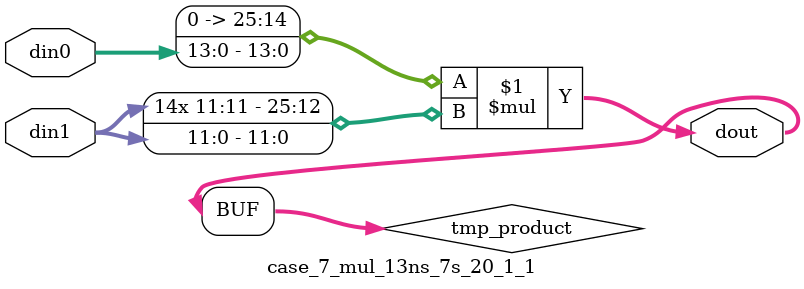
<source format=v>

`timescale 1 ns / 1 ps

 (* use_dsp = "no" *)  module case_7_mul_13ns_7s_20_1_1(din0, din1, dout);
parameter ID = 1;
parameter NUM_STAGE = 0;
parameter din0_WIDTH = 14;
parameter din1_WIDTH = 12;
parameter dout_WIDTH = 26;

input [din0_WIDTH - 1 : 0] din0; 
input [din1_WIDTH - 1 : 0] din1; 
output [dout_WIDTH - 1 : 0] dout;

wire signed [dout_WIDTH - 1 : 0] tmp_product;

























assign tmp_product = $signed({1'b0, din0}) * $signed(din1);










assign dout = tmp_product;





















endmodule

</source>
